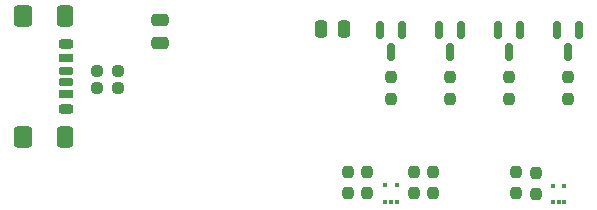
<source format=gbr>
%TF.GenerationSoftware,KiCad,Pcbnew,7.0.8*%
%TF.CreationDate,2023-10-26T10:36:24-05:00*%
%TF.ProjectId,ESP32_Garage_Door_Controller,45535033-325f-4476-9172-6167655f446f,rev?*%
%TF.SameCoordinates,Original*%
%TF.FileFunction,Paste,Top*%
%TF.FilePolarity,Positive*%
%FSLAX46Y46*%
G04 Gerber Fmt 4.6, Leading zero omitted, Abs format (unit mm)*
G04 Created by KiCad (PCBNEW 7.0.8) date 2023-10-26 10:36:24*
%MOMM*%
%LPD*%
G01*
G04 APERTURE LIST*
G04 Aperture macros list*
%AMRoundRect*
0 Rectangle with rounded corners*
0 $1 Rounding radius*
0 $2 $3 $4 $5 $6 $7 $8 $9 X,Y pos of 4 corners*
0 Add a 4 corners polygon primitive as box body*
4,1,4,$2,$3,$4,$5,$6,$7,$8,$9,$2,$3,0*
0 Add four circle primitives for the rounded corners*
1,1,$1+$1,$2,$3*
1,1,$1+$1,$4,$5*
1,1,$1+$1,$6,$7*
1,1,$1+$1,$8,$9*
0 Add four rect primitives between the rounded corners*
20,1,$1+$1,$2,$3,$4,$5,0*
20,1,$1+$1,$4,$5,$6,$7,0*
20,1,$1+$1,$6,$7,$8,$9,0*
20,1,$1+$1,$8,$9,$2,$3,0*%
G04 Aperture macros list end*
%ADD10RoundRect,0.237500X-0.237500X0.250000X-0.237500X-0.250000X0.237500X-0.250000X0.237500X0.250000X0*%
%ADD11RoundRect,0.237500X-0.250000X-0.237500X0.250000X-0.237500X0.250000X0.237500X-0.250000X0.237500X0*%
%ADD12RoundRect,0.150000X-0.150000X0.587500X-0.150000X-0.587500X0.150000X-0.587500X0.150000X0.587500X0*%
%ADD13RoundRect,0.237500X0.237500X-0.250000X0.237500X0.250000X-0.237500X0.250000X-0.237500X-0.250000X0*%
%ADD14RoundRect,0.250000X-0.475000X0.250000X-0.475000X-0.250000X0.475000X-0.250000X0.475000X0.250000X0*%
%ADD15RoundRect,0.250000X-0.250000X-0.475000X0.250000X-0.475000X0.250000X0.475000X-0.250000X0.475000X0*%
%ADD16R,0.300000X0.450000*%
%ADD17RoundRect,0.175000X-0.425000X0.175000X-0.425000X-0.175000X0.425000X-0.175000X0.425000X0.175000X0*%
%ADD18RoundRect,0.190000X0.410000X-0.190000X0.410000X0.190000X-0.410000X0.190000X-0.410000X-0.190000X0*%
%ADD19RoundRect,0.200000X0.400000X-0.200000X0.400000X0.200000X-0.400000X0.200000X-0.400000X-0.200000X0*%
%ADD20RoundRect,0.175000X0.425000X-0.175000X0.425000X0.175000X-0.425000X0.175000X-0.425000X-0.175000X0*%
%ADD21RoundRect,0.190000X-0.410000X0.190000X-0.410000X-0.190000X0.410000X-0.190000X0.410000X0.190000X0*%
%ADD22RoundRect,0.200000X-0.400000X0.200000X-0.400000X-0.200000X0.400000X-0.200000X0.400000X0.200000X0*%
%ADD23RoundRect,0.250000X-0.425000X0.650000X-0.425000X-0.650000X0.425000X-0.650000X0.425000X0.650000X0*%
%ADD24RoundRect,0.250000X-0.500000X0.650000X-0.500000X-0.650000X0.500000X-0.650000X0.500000X0.650000X0*%
G04 APERTURE END LIST*
D10*
%TO.C,R7*%
X123400000Y-83087500D03*
X123400000Y-84912500D03*
%TD*%
D11*
%TO.C,R1*%
X102087500Y-76000000D03*
X103912500Y-76000000D03*
%TD*%
D12*
%TO.C,Q4*%
X142950000Y-71062500D03*
X141050000Y-71062500D03*
X142000000Y-72937500D03*
%TD*%
D13*
%TO.C,R5*%
X137000000Y-76912500D03*
X137000000Y-75087500D03*
%TD*%
D14*
%TO.C,C1*%
X107442500Y-70250000D03*
X107442500Y-72150000D03*
%TD*%
D12*
%TO.C,Q2*%
X132950000Y-71062500D03*
X131050000Y-71062500D03*
X132000000Y-72937500D03*
%TD*%
D15*
%TO.C,C2*%
X121100000Y-71000000D03*
X123000000Y-71000000D03*
%TD*%
D16*
%TO.C,D2*%
X140700000Y-85662500D03*
X141200000Y-85662500D03*
X141700000Y-85662500D03*
X141700000Y-84262500D03*
X140700000Y-84262500D03*
%TD*%
D11*
%TO.C,R2*%
X102087500Y-74500000D03*
X103912500Y-74500000D03*
%TD*%
D12*
%TO.C,Q3*%
X137950000Y-71062500D03*
X136050000Y-71062500D03*
X137000000Y-72937500D03*
%TD*%
D10*
%TO.C,R8*%
X130600000Y-83087500D03*
X130600000Y-84912500D03*
%TD*%
D12*
%TO.C,Q1*%
X127950000Y-71062500D03*
X126050000Y-71062500D03*
X127000000Y-72937500D03*
%TD*%
D13*
%TO.C,R4*%
X127000000Y-76912500D03*
X127000000Y-75087500D03*
%TD*%
D10*
%TO.C,R11*%
X129000000Y-83087500D03*
X129000000Y-84912500D03*
%TD*%
%TO.C,R12*%
X139250000Y-83137500D03*
X139250000Y-84962500D03*
%TD*%
D16*
%TO.C,D1*%
X126500000Y-85612500D03*
X127000000Y-85612500D03*
X127500000Y-85612500D03*
X127500000Y-84212500D03*
X126500000Y-84212500D03*
%TD*%
D17*
%TO.C,J1*%
X99500000Y-74500000D03*
D18*
X99500000Y-76520000D03*
D19*
X99500000Y-77750000D03*
D20*
X99500000Y-75500000D03*
D21*
X99500000Y-73480000D03*
D22*
X99500000Y-72250000D03*
D23*
X99445000Y-69875000D03*
D24*
X95865000Y-69875000D03*
D23*
X99445000Y-80125000D03*
D24*
X95865000Y-80125000D03*
%TD*%
D10*
%TO.C,R9*%
X137600000Y-83087500D03*
X137600000Y-84912500D03*
%TD*%
%TO.C,R10*%
X125000000Y-83087500D03*
X125000000Y-84912500D03*
%TD*%
D13*
%TO.C,R3*%
X132000000Y-76912500D03*
X132000000Y-75087500D03*
%TD*%
%TO.C,R6*%
X142000000Y-76912500D03*
X142000000Y-75087500D03*
%TD*%
M02*

</source>
